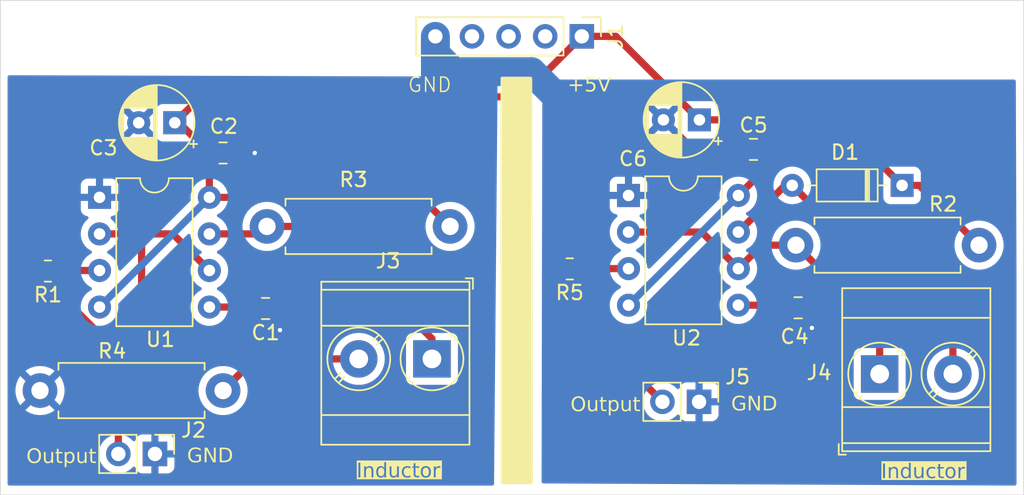
<source format=kicad_pcb>
(kicad_pcb (version 20240108) (generator "pcbnew") (generator_version "8.0")
  (layers (0 "F.Cu" signal) (31 "B.Cu" signal) (34 "B.Paste" user) (35 "F.Paste" user) (36 "B.SilkS" user "B.Silkscreen") (37 "F.SilkS" user "F.Silkscreen") (38 "B.Mask" user) (39 "F.Mask" user) (44 "Edge.Cuts" user))
  (net 0 "")
  (net 1 "Net-(U1-CV)")
  (net 2 "GND")
  (net 3 "5VUSB")
  (net 4 "Net-(U2-CV)")
  (net 5 "Seven")
  (net 9 "Net-(J2-Pin_2)")
  (net 10 "TwoSix")
  (net 11 "Net-(J5-Pin_2)")
  (net 12 "Net-(U1-Q)")
  (net 13 "Net-(U2-Q)")
  (net 14 "Seven2")
  (net 15 "TwoSix2")
  (footprint "Package_DIP:DIP-8_W7.62mm" (layer "F.Cu") (at 156.58 58.05)
    (property "Reference" "U2" (at 4.02 9.9 0) (layer "F.SilkS"))
    (property "Value" "NE555P" (hide yes))
    (fp_line (start 1.16 -1.33) (end 1.16 8.95) (stroke (width 0.12)) (layer "F.SilkS"))
    (fp_line (start 1.16 8.95) (end 6.46 8.95) (stroke (width 0.12)) (layer "F.SilkS"))
    (fp_line (start 2.81 -1.33) (end 1.16 -1.33) (stroke (width 0.12)) (layer "F.SilkS"))
    (fp_line (start 6.46 -1.33) (end 4.81 -1.33) (stroke (width 0.12)) (layer "F.SilkS"))
    (fp_line (start 6.46 8.95) (end 6.46 -1.33) (stroke (width 0.12)) (layer "F.SilkS"))
    (fp_arc (start 4.81 -1.33) (mid 3.81 -0.33) (end 2.81 -1.33) (stroke (width 0.12)) (layer "F.SilkS"))
    (pad "1" thru_hole rect (at 0 0) (size 1.6 1.6) (drill 0.8) (layers "*.Cu" "*.Mask") (net 2 "GND"))
    (pad "2" thru_hole oval (at 0 2.54) (size 1.6 1.6) (drill 0.8) (layers "*.Cu" "*.Mask") (net 15 "TwoSix2"))
    (pad "3" thru_hole oval (at 0 5.08) (size 1.6 1.6) (drill 0.8) (layers "*.Cu" "*.Mask") (net 13 "Net-(U2-Q)"))
    (pad "4" thru_hole oval (at 0 7.62) (size 1.6 1.6) (drill 0.8) (layers "*.Cu" "*.Mask") (net 3 "5VUSB"))
    (pad "5" thru_hole oval (at 7.62 7.62) (size 1.6 1.6) (drill 0.8) (layers "*.Cu" "*.Mask") (net 4 "Net-(U2-CV)"))
    (pad "6" thru_hole oval (at 7.62 5.08) (size 1.6 1.6) (drill 0.8) (layers "*.Cu" "*.Mask") (net 15 "TwoSix2"))
    (pad "7" thru_hole oval (at 7.62 2.54) (size 1.6 1.6) (drill 0.8) (layers "*.Cu" "*.Mask") (net 14 "Seven2"))
    (pad "8" thru_hole oval (at 7.62 0) (size 1.6 1.6) (drill 0.8) (layers "*.Cu" "*.Mask") (net 3 "5VUSB"))
  )
  (footprint "Resistor_THT:R_Axial_DIN0411_L9.9mm_D3.6mm_P12.70mm_Horizontal" (layer "F.Cu") (at 168.2 61.5)
    (property "Reference" "R2" (at 10.2 -2.85 0) (layer "F.SilkS"))
    (property "Value" "R" (hide yes))
    (fp_line (start 1.28 -1.92) (end 11.42 -1.92) (stroke (width 0.12)) (layer "F.SilkS"))
    (fp_line (start 1.28 -1.44) (end 1.28 -1.92) (stroke (width 0.12)) (layer "F.SilkS"))
    (fp_line (start 1.28 1.44) (end 1.28 1.92) (stroke (width 0.12)) (layer "F.SilkS"))
    (fp_line (start 1.28 1.92) (end 11.42 1.92) (stroke (width 0.12)) (layer "F.SilkS"))
    (fp_line (start 11.42 -1.92) (end 11.42 -1.44) (stroke (width 0.12)) (layer "F.SilkS"))
    (fp_line (start 11.42 1.92) (end 11.42 1.44) (stroke (width 0.12)) (layer "F.SilkS"))
    (pad "1" thru_hole circle (at 0 0) (size 2.4 2.4) (drill 1.2) (layers "*.Cu" "*.Mask") (net 15 "TwoSix2"))
    (pad "2" thru_hole oval (at 12.7 0) (size 2.4 2.4) (drill 1.2) (layers "*.Cu" "*.Mask") (net 3 "5VUSB"))
  )
  (footprint "Capacitor_SMD:C_0805_2012Metric" (layer "F.Cu") (at 168.35 65.85 180)
    (property "Reference" "C4" (at 0.25 -2 180) (layer "F.SilkS"))
    (property "Value" "100n" (hide yes))
    (fp_line (start -0.261252 0.735) (end 0.261252 0.735) (stroke (width 0.12)) (layer "F.SilkS"))
    (fp_line (start -0.261252 -0.735) (end 0.261252 -0.735) (stroke (width 0.12)) (layer "F.SilkS"))
    (pad "1" smd roundrect (at -0.95 0 180) (size 1 1.45) (layers "F.Cu" "F.Paste" "F.Mask") (net 2 "GND"))
    (pad "2" smd roundrect (at 0.95 0 180) (size 1 1.45) (layers "F.Cu" "F.Paste" "F.Mask") (net 4 "Net-(U2-CV)"))
  )
  (footprint "Connector_PinHeader_2.54mm:PinHeader_1x02_P2.54mm_Vertical" (layer "F.Cu") (at 161.475 72.38 -90)
    (property "Reference" "J5" (at -1.73 -2.675 180) (layer "F.SilkS"))
    (property "Value" "Conn_01x02_Pin" (hide yes))
    (fp_line (start -1.33 3.87) (end 1.33 3.87) (stroke (width 0.12)) (layer "F.SilkS"))
    (fp_line (start -1.33 1.27) (end -1.33 3.87) (stroke (width 0.12)) (layer "F.SilkS"))
    (fp_line (start -1.33 1.27) (end 1.33 1.27) (stroke (width 0.12)) (layer "F.SilkS"))
    (fp_line (start 1.33 1.27) (end 1.33 3.87) (stroke (width 0.12)) (layer "F.SilkS"))
    (fp_line (start -1.33 0) (end -1.33 -1.33) (stroke (width 0.12)) (layer "F.SilkS"))
    (fp_line (start -1.33 -1.33) (end 0 -1.33) (stroke (width 0.12)) (layer "F.SilkS"))
    (pad "1" thru_hole rect (at 0 0 270) (size 1.7 1.7) (drill 1) (layers "*.Cu" "*.Mask") (net 2 "GND"))
    (pad "2" thru_hole oval (at 0 2.54 270) (size 1.7 1.7) (drill 1) (layers "*.Cu" "*.Mask") (net 11 "Net-(J5-Pin_2)"))
  )
  (footprint "Capacitor_SMD:C_0805_2012Metric" (layer "F.Cu") (at 165.25 54.85)
    (property "Reference" "C5" (at 0 -1.68 0) (layer "F.SilkS"))
    (property "Value" "100n" (hide yes))
    (fp_line (start -0.261252 -0.735) (end 0.261252 -0.735) (stroke (width 0.12)) (layer "F.SilkS"))
    (fp_line (start -0.261252 0.735) (end 0.261252 0.735) (stroke (width 0.12)) (layer "F.SilkS"))
    (pad "1" smd roundrect (at -0.95 0) (size 1 1.45) (layers "F.Cu" "F.Paste" "F.Mask") (net 2 "GND"))
    (pad "2" smd roundrect (at 0.95 0) (size 1 1.45) (layers "F.Cu" "F.Paste" "F.Mask") (net 3 "5VUSB"))
  )
  (footprint "Resistor_SMD:R_0805_2012Metric" (layer "F.Cu") (at 116.3 63.3 180)
    (property "Reference" "R1" (at 0 -1.65 180) (layer "F.SilkS"))
    (property "Value" "330" (hide yes))
    (fp_line (start -0.227064 0.735) (end 0.227064 0.735) (stroke (width 0.12)) (layer "F.SilkS"))
    (fp_line (start -0.227064 -0.735) (end 0.227064 -0.735) (stroke (width 0.12)) (layer "F.SilkS"))
    (pad "1" smd roundrect (at -0.9125 0 180) (size 1.025 1.4) (layers "F.Cu" "F.Paste" "F.Mask") (roundrect_rratio 0.243902) (net 12 "Net-(U1-Q)"))
    (pad "2" smd roundrect (at 0.9125 0 180) (size 1.025 1.4) (layers "F.Cu" "F.Paste" "F.Mask") (roundrect_rratio 0.243902) (net 9 "Net-(J2-Pin_2)"))
  )
  (footprint "Capacitor_THT:CP_Radial_D5.0mm_P2.50mm" (layer "F.Cu") (at 161.5 52.8 180)
    (property "Reference" "C6" (at 4.6 -2.7 180) (layer "F.SilkS"))
    (property "Value" "C_Polarized" (hide yes))
    (fp_line (start 3.851 -0.284) (end 3.851 0.284) (stroke (width 0.12)) (layer "F.SilkS"))
    (fp_line (start 3.811 -0.518) (end 3.811 0.518) (stroke (width 0.12)) (layer "F.SilkS"))
    (fp_line (start 3.771 -0.677) (end 3.771 0.677) (stroke (width 0.12)) (layer "F.SilkS"))
    (fp_line (start 3.731 -0.805) (end 3.731 0.805) (stroke (width 0.12)) (layer "F.SilkS"))
    (fp_line (start 3.691 -0.915) (end 3.691 0.915) (stroke (width 0.12)) (layer "F.SilkS"))
    (fp_line (start 3.651 -1.011) (end 3.651 1.011) (stroke (width 0.12)) (layer "F.SilkS"))
    (fp_line (start 3.611 -1.098) (end 3.611 1.098) (stroke (width 0.12)) (layer "F.SilkS"))
    (fp_line (start 3.571 -1.178) (end 3.571 1.178) (stroke (width 0.12)) (layer "F.SilkS"))
    (fp_line (start 3.531 1.04) (end 3.531 1.251) (stroke (width 0.12)) (layer "F.SilkS"))
    (fp_line (start 3.531 -1.251) (end 3.531 -1.04) (stroke (width 0.12)) (layer "F.SilkS"))
    (fp_line (start 3.491 1.04) (end 3.491 1.319) (stroke (width 0.12)) (layer "F.SilkS"))
    (fp_line (start 3.491 -1.319) (end 3.491 -1.04) (stroke (width 0.12)) (layer "F.SilkS"))
    (fp_line (start 3.451 1.04) (end 3.451 1.383) (stroke (width 0.12)) (layer "F.SilkS"))
    (fp_line (start 3.451 -1.383) (end 3.451 -1.04) (stroke (width 0.12)) (layer "F.SilkS"))
    (fp_line (start 3.411 1.04) (end 3.411 1.443) (stroke (width 0.12)) (layer "F.SilkS"))
    (fp_line (start 3.411 -1.443) (end 3.411 -1.04) (stroke (width 0.12)) (layer "F.SilkS"))
    (fp_line (start 3.371 1.04) (end 3.371 1.5) (stroke (width 0.12)) (layer "F.SilkS"))
    (fp_line (start 3.371 -1.5) (end 3.371 -1.04) (stroke (width 0.12)) (layer "F.SilkS"))
    (fp_line (start 3.331 1.04) (end 3.331 1.554) (stroke (width 0.12)) (layer "F.SilkS"))
    (fp_line (start 3.331 -1.554) (end 3.331 -1.04) (stroke (width 0.12)) (layer "F.SilkS"))
    (fp_line (start 3.291 1.04) (end 3.291 1.605) (stroke (width 0.12)) (layer "F.SilkS"))
    (fp_line (start 3.291 -1.605) (end 3.291 -1.04) (stroke (width 0.12)) (layer "F.SilkS"))
    (fp_line (start 3.251 1.04) (end 3.251 1.653) (stroke (width 0.12)) (layer "F.SilkS"))
    (fp_line (start 3.251 -1.653) (end 3.251 -1.04) (stroke (width 0.12)) (layer "F.SilkS"))
    (fp_line (start 3.211 1.04) (end 3.211 1.699) (stroke (width 0.12)) (layer "F.SilkS"))
    (fp_line (start 3.211 -1.699) (end 3.211 -1.04) (stroke (width 0.12)) (layer "F.SilkS"))
    (fp_line (start 3.171 1.04) (end 3.171 1.743) (stroke (width 0.12)) (layer "F.SilkS"))
    (fp_line (start 3.171 -1.743) (end 3.171 -1.04) (stroke (width 0.12)) (layer "F.SilkS"))
    (fp_line (start 3.131 1.04) (end 3.131 1.785) (stroke (width 0.12)) (layer "F.SilkS"))
    (fp_line (start 3.131 -1.785) (end 3.131 -1.04) (stroke (width 0.12)) (layer "F.SilkS"))
    (fp_line (start 3.091 1.04) (end 3.091 1.826) (stroke (width 0.12)) (layer "F.SilkS"))
    (fp_line (start 3.091 -1.826) (end 3.091 -1.04) (stroke (width 0.12)) (layer "F.SilkS"))
    (fp_line (start 3.051 1.04) (end 3.051 1.864) (stroke (width 0.12)) (layer "F.SilkS"))
    (fp_line (start 3.051 -1.864) (end 3.051 -1.04) (stroke (width 0.12)) (layer "F.SilkS"))
    (fp_line (start 3.011 1.04) (end 3.011 1.901) (stroke (width 0.12)) (layer "F.SilkS"))
    (fp_line (start 3.011 -1.901) (end 3.011 -1.04) (stroke (width 0.12)) (layer "F.SilkS"))
    (fp_line (start 2.971 1.04) (end 2.971 1.937) (stroke (width 0.12)) (layer "F.SilkS"))
    (fp_line (start 2.971 -1.937) (end 2.971 -1.04) (stroke (width 0.12)) (layer "F.SilkS"))
    (fp_line (start 2.931 1.04) (end 2.931 1.971) (stroke (width 0.12)) (layer "F.SilkS"))
    (fp_line (start 2.931 -1.971) (end 2.931 -1.04) (stroke (width 0.12)) (layer "F.SilkS"))
    (fp_line (start 2.891 1.04) (end 2.891 2.004) (stroke (width 0.12)) (layer "F.SilkS"))
    (fp_line (start 2.891 -2.004) (end 2.891 -1.04) (stroke (width 0.12)) (layer "F.SilkS"))
    (fp_line (start 2.851 1.04) (end 2.851 2.035) (stroke (width 0.12)) (layer "F.SilkS"))
    (fp_line (start 2.851 -2.035) (end 2.851 -1.04) (stroke (width 0.12)) (layer "F.SilkS"))
    (fp_line (start 2.811 1.04) (end 2.811 2.065) (stroke (width 0.12)) (layer "F.SilkS"))
    (fp_line (start 2.811 -2.065) (end 2.811 -1.04) (stroke (width 0.12)) (layer "F.SilkS"))
    (fp_line (start 2.771 1.04) (end 2.771 2.095) (stroke (width 0.12)) (layer "F.SilkS"))
    (fp_line (start 2.771 -2.095) (end 2.771 -1.04) (stroke (width 0.12)) (layer "F.SilkS"))
    (fp_line (start 2.731 1.04) (end 2.731 2.122) (stroke (width 0.12)) (layer "F.SilkS"))
    (fp_line (start 2.731 -2.122) (end 2.731 -1.04) (stroke (width 0.12)) (layer "F.SilkS"))
    (fp_line (start 2.691 1.04) (end 2.691 2.149) (stroke (width 0.12)) (layer "F.SilkS"))
    (fp_line (start 2.691 -2.149) (end 2.691 -1.04) (stroke (width 0.12)) (layer "F.SilkS"))
    (fp_line (start 2.651 1.04) (end 2.651 2.175) (stroke (width 0.12)) (layer "F.SilkS"))
    (fp_line (start 2.651 -2.175) (end 2.651 -1.04) (stroke (width 0.12)) (layer "F.SilkS"))
    (fp_line (start 2.611 1.04) (end 2.611 2.2) (stroke (width 0.12)) (layer "F.SilkS"))
    (fp_line (start 2.611 -2.2) (end 2.611 -1.04) (stroke (width 0.12)) (layer "F.SilkS"))
    (fp_line (start 2.571 1.04) (end 2.571 2.224) (stroke (width 0.12)) (layer "F.SilkS"))
    (fp_line (start 2.571 -2.224) (end 2.571 -1.04) (stroke (width 0.12)) (layer "F.SilkS"))
    (fp_line (start 2.531 1.04) (end 2.531 2.247) (stroke (width 0.12)) (layer "F.SilkS"))
    (fp_line (start 2.531 -2.247) (end 2.531 -1.04) (stroke (width 0.12)) (layer "F.SilkS"))
    (fp_line (start 2.491 1.04) (end 2.491 2.268) (stroke (width 0.12)) (layer "F.SilkS"))
    (fp_line (start 2.491 -2.268) (end 2.491 -1.04) (stroke (width 0.12)) (layer "F.SilkS"))
    (fp_line (start 2.451 1.04) (end 2.451 2.29) (stroke (width 0.12)) (layer "F.SilkS"))
    (fp_line (start 2.451 -2.29) (end 2.451 -1.04) (stroke (width 0.12)) (layer "F.SilkS"))
    (fp_line (start 2.411 1.04) (end 2.411 2.31) (stroke (width 0.12)) (layer "F.SilkS"))
    (fp_line (start 2.411 -2.31) (end 2.411 -1.04) (stroke (width 0.12)) (layer "F.SilkS"))
    (fp_line (start 2.371 1.04) (end 2.371 2.329) (stroke (width 0.12)) (layer "F.SilkS"))
    (fp_line (start 2.371 -2.329) (end 2.371 -1.04) (stroke (width 0.12)) (layer "F.SilkS"))
    (fp_line (start 2.331 1.04) (end 2.331 2.348) (stroke (width 0.12)) (layer "F.SilkS"))
    (fp_line (start 2.331 -2.348) (end 2.331 -1.04) (stroke (width 0.12)) (layer "F.SilkS"))
    (fp_line (start 2.291 1.04) (end 2.291 2.365) (stroke (width 0.12)) (layer "F.SilkS"))
    (fp_line (start 2.291 -2.365) (end 2.291 -1.04) (stroke (width 0.12)) (layer "F.SilkS"))
    (fp_line (start 2.251 1.04) (end 2.251 2.382) (stroke (width 0.12)) (layer "F.SilkS"))
    (fp_line (start 2.251 -2.382) (end 2.251 -1.04) (stroke (width 0.12)) (layer "F.SilkS"))
    (fp_line (start 2.211 1.04) (end 2.211 2.398) (stroke (width 0.12)) (layer "F.SilkS"))
    (fp_line (start 2.211 -2.398) (end 2.211 -1.04) (stroke (width 0.12)) (layer "F.SilkS"))
    (fp_line (start 2.171 1.04) (end 2.171 2.414) (stroke (width 0.12)) (layer "F.SilkS"))
    (fp_line (start 2.171 -2.414) (end 2.171 -1.04) (stroke (width 0.12)) (layer "F.SilkS"))
    (fp_line (start 2.131 1.04) (end 2.131 2.428) (stroke (width 0.12)) (layer "F.SilkS"))
    (fp_line (start 2.131 -2.428) (end 2.131 -1.04) (stroke (width 0.12)) (layer "F.SilkS"))
    (fp_line (start 2.091 1.04) (end 2.091 2.442) (stroke (width 0.12)) (layer "F.SilkS"))
    (fp_line (start 2.091 -2.442) (end 2.091 -1.04) (stroke (width 0.12)) (layer "F.SilkS"))
    (fp_line (start 2.051 1.04) (end 2.051 2.455) (stroke (width 0.12)) (layer "F.SilkS"))
    (fp_line (start 2.051 -2.455) (end 2.051 -1.04) (stroke (width 0.12)) (layer "F.SilkS"))
    (fp_line (start 2.011 1.04) (end 2.011 2.468) (stroke (width 0.12)) (layer "F.SilkS"))
    (fp_line (start 2.011 -2.468) (end 2.011 -1.04) (stroke (width 0.12)) (layer "F.SilkS"))
    (fp_line (start 1.971 1.04) (end 1.971 2.48) (stroke (width 0.12)) (layer "F.SilkS"))
    (fp_line (start 1.971 -2.48) (end 1.971 -1.04) (stroke (width 0.12)) (layer "F.SilkS"))
    (fp_line (start 1.93 1.04) (end 1.93 2.491) (stroke (width 0.12)) (layer "F.SilkS"))
    (fp_line (start 1.93 -2.491) (end 1.93 -1.04) (stroke (width 0.12)) (layer "F.SilkS"))
    (fp_line (start 1.89 1.04) (end 1.89 2.501) (stroke (width 0.12)) (layer "F.SilkS"))
    (fp_line (start 1.89 -2.501) (end 1.89 -1.04) (stroke (width 0.12)) (layer "F.SilkS"))
    (fp_line (start 1.85 1.04) (end 1.85 2.511) (stroke (width 0.12)) (layer "F.SilkS"))
    (fp_line (start 1.85 -2.511) (end 1.85 -1.04) (stroke (width 0.12)) (layer "F.SilkS"))
    (fp_line (start 1.81 1.04) (end 1.81 2.52) (stroke (width 0.12)) (layer "F.SilkS"))
    (fp_line (start 1.81 -2.52) (end 1.81 -1.04) (stroke (width 0.12)) (layer "F.SilkS"))
    (fp_line (start 1.77 1.04) (end 1.77 2.528) (stroke (width 0.12)) (layer "F.SilkS"))
    (fp_line (start 1.77 -2.528) (end 1.77 -1.04) (stroke (width 0.12)) (layer "F.SilkS"))
    (fp_line (start 1.73 1.04) (end 1.73 2.536) (stroke (width 0.12)) (layer "F.SilkS"))
    (fp_line (start 1.73 -2.536) (end 1.73 -1.04) (stroke (width 0.12)) (layer "F.SilkS"))
    (fp_line (start 1.69 1.04) (end 1.69 2.543) (stroke (width 0.12)) (layer "F.SilkS"))
    (fp_line (start 1.69 -2.543) (end 1.69 -1.04) (stroke (width 0.12)) (layer "F.SilkS"))
    (fp_line (start 1.65 1.04) (end 1.65 2.55) (stroke (width 0.12)) (layer "F.SilkS"))
    (fp_line (start 1.65 -2.55) (end 1.65 -1.04) (stroke (width 0.12)) (layer "F.SilkS"))
    (fp_line (start 1.61 1.04) (end 1.61 2.556) (stroke (width 0.12)) (layer "F.SilkS"))
    (fp_line (start 1.61 -2.556) (end 1.61 -1.04) (stroke (width 0.12)) (layer "F.SilkS"))
    (fp_line (start 1.57 1.04) (end 1.57 2.561) (stroke (width 0.12)) (layer "F.SilkS"))
    (fp_line (start 1.57 -2.561) (end 1.57 -1.04) (stroke (width 0.12)) (layer "F.SilkS"))
    (fp_line (start 1.53 1.04) (end 1.53 2.565) (stroke (width 0.12)) (layer "F.SilkS"))
    (fp_line (start 1.53 -2.565) (end 1.53 -1.04) (stroke (width 0.12)) (layer "F.SilkS"))
    (fp_line (start 1.49 1.04) (end 1.49 2.569) (stroke (width 0.12)) (layer "F.SilkS"))
    (fp_line (start 1.49 -2.569) (end 1.49 -1.04) (stroke (width 0.12)) (layer "F.SilkS"))
    (fp_line (start 1.45 -2.573) (end 1.45 2.573) (stroke (width 0.12)) (layer "F.SilkS"))
    (fp_line (start 1.41 -2.576) (end 1.41 2.576) (stroke (width 0.12)) (layer "F.SilkS"))
    (fp_line (start 1.37 -2.578) (end 1.37 2.578) (stroke (width 0.12)) (layer "F.SilkS"))
    (fp_line (start 1.33 -2.579) (end 1.33 2.579) (stroke (width 0.12)) (layer "F.SilkS"))
    (fp_line (start 1.29 -2.58) (end 1.29 2.58) (stroke (width 0.12)) (layer "F.SilkS"))
    (fp_line (start 1.25 -2.58) (end 1.25 2.58) (stroke (width 0.12)) (layer "F.SilkS"))
    (fp_line (start -1.304775 -1.725) (end -1.304775 -1.225) (stroke (width 0.12)) (layer "F.SilkS"))
    (fp_line (start -1.554775 -1.475) (end -1.054775 -1.475) (stroke (width 0.12)) (layer "F.SilkS"))
    (fp_circle (center 1.25 0) (end 3.87 0) (stroke (width 0.12)) (fill none) (layer "F.SilkS"))
    (pad "1" thru_hole rect (at 0 0 180) (size 1.6 1.6) (drill 0.8) (layers "*.Cu" "*.Mask") (net 3 "5VUSB"))
    (pad "2" thru_hole circle (at 2.5 0 180) (size 1.6 1.6) (drill 0.8) (layers "*.Cu" "*.Mask") (net 2 "GND"))
  )
  (footprint "Capacitor_THT:CP_Radial_D5.0mm_P2.50mm" (layer "F.Cu") (at 125.1 53 180)
    (property "Reference" "C3" (at 4.95 -1.75 180) (layer "F.SilkS"))
    (property "Value" "C_Polarized" (hide yes))
    (fp_line (start 3.851 -0.284) (end 3.851 0.284) (stroke (width 0.12)) (layer "F.SilkS"))
    (fp_line (start 3.811 -0.518) (end 3.811 0.518) (stroke (width 0.12)) (layer "F.SilkS"))
    (fp_line (start 3.771 -0.677) (end 3.771 0.677) (stroke (width 0.12)) (layer "F.SilkS"))
    (fp_line (start 3.731 -0.805) (end 3.731 0.805) (stroke (width 0.12)) (layer "F.SilkS"))
    (fp_line (start 3.691 -0.915) (end 3.691 0.915) (stroke (width 0.12)) (layer "F.SilkS"))
    (fp_line (start 3.651 -1.011) (end 3.651 1.011) (stroke (width 0.12)) (layer "F.SilkS"))
    (fp_line (start 3.611 -1.098) (end 3.611 1.098) (stroke (width 0.12)) (layer "F.SilkS"))
    (fp_line (start 3.571 -1.178) (end 3.571 1.178) (stroke (width 0.12)) (layer "F.SilkS"))
    (fp_line (start 3.531 1.04) (end 3.531 1.251) (stroke (width 0.12)) (layer "F.SilkS"))
    (fp_line (start 3.531 -1.251) (end 3.531 -1.04) (stroke (width 0.12)) (layer "F.SilkS"))
    (fp_line (start 3.491 1.04) (end 3.491 1.319) (stroke (width 0.12)) (layer "F.SilkS"))
    (fp_line (start 3.491 -1.319) (end 3.491 -1.04) (stroke (width 0.12)) (layer "F.SilkS"))
    (fp_line (start 3.451 1.04) (end 3.451 1.383) (stroke (width 0.12)) (layer "F.SilkS"))
    (fp_line (start 3.451 -1.383) (end 3.451 -1.04) (stroke (width 0.12)) (layer "F.SilkS"))
    (fp_line (start 3.411 1.04) (end 3.411 1.443) (stroke (width 0.12)) (layer "F.SilkS"))
    (fp_line (start 3.411 -1.443) (end 3.411 -1.04) (stroke (width 0.12)) (layer "F.SilkS"))
    (fp_line (start 3.371 1.04) (end 3.371 1.5) (stroke (width 0.12)) (layer "F.SilkS"))
    (fp_line (start 3.371 -1.5) (end 3.371 -1.04) (stroke (width 0.12)) (layer "F.SilkS"))
    (fp_line (start 3.331 1.04) (end 3.331 1.554) (stroke (width 0.12)) (layer "F.SilkS"))
    (fp_line (start 3.331 -1.554) (end 3.331 -1.04) (stroke (width 0.12)) (layer "F.SilkS"))
    (fp_line (start 3.291 1.04) (end 3.291 1.605) (stroke (width 0.12)) (layer "F.SilkS"))
    (fp_line (start 3.291 -1.605) (end 3.291 -1.04) (stroke (width 0.12)) (layer "F.SilkS"))
    (fp_line (start 3.251 1.04) (end 3.251 1.653) (stroke (width 0.12)) (layer "F.SilkS"))
    (fp_line (start 3.251 -1.653) (end 3.251 -1.04) (stroke (width 0.12)) (layer "F.SilkS"))
    (fp_line (start 3.211 1.04) (end 3.211 1.699) (stroke (width 0.12)) (layer "F.SilkS"))
    (fp_line (start 3.211 -1.699) (end 3.211 -1.04) (stroke (width 0.12)) (layer "F.SilkS"))
    (fp_line (start 3.171 1.04) (end 3.171 1.743) (stroke (width 0.12)) (layer "F.SilkS"))
    (fp_line (start 3.171 -1.743) (end 3.171 -1.04) (stroke (width 0.12)) (layer "F.SilkS"))
    (fp_line (start 3.131 1.04) (end 3.131 1.785) (stroke (width 0.12)) (layer "F.SilkS"))
    (fp_line (start 3.131 -1.785) (end 3.131 -1.04) (stroke (width 0.12)) (layer "F.SilkS"))
    (fp_line (start 3.091 1.04) (end 3.091 1.826) (stroke (width 0.12)) (layer "F.SilkS"))
    (fp_line (start 3.091 -1.826) (end 3.091 -1.04) (stroke (width 0.12)) (layer "F.SilkS"))
    (fp_line (start 3.051 1.04) (end 3.051 1.864) (stroke (width 0.12)) (layer "F.SilkS"))
    (fp_line (start 3.051 -1.864) (end 3.051 -1.04) (stroke (width 0.12)) (layer "F.SilkS"))
    (fp_line (start 3.011 1.04) (end 3.011 1.901) (stroke (width 0.12)) (layer "F.SilkS"))
    (fp_line (start 3.011 -1.901) (end 3.011 -1.04) (stroke (width 0.12)) (layer "F.SilkS"))
    (fp_line (start 2.971 1.04) (end 2.971 1.937) (stroke (width 0.12)) (layer "F.SilkS"))
    (fp_line (start 2.971 -1.937) (end 2.971 -1.04) (stroke (width 0.12)) (layer "F.SilkS"))
    (fp_line (start 2.931 1.04) (end 2.931 1.971) (stroke (width 0.12)) (layer "F.SilkS"))
    (fp_line (start 2.931 -1.971) (end 2.931 -1.04) (stroke (width 0.12)) (layer "F.SilkS"))
    (fp_line (start 2.891 1.04) (end 2.891 2.004) (stroke (width 0.12)) (layer "F.SilkS"))
    (fp_line (start 2.891 -2.004) (end 2.891 -1.04) (stroke (width 0.12)) (layer "F.SilkS"))
    (fp_line (start 2.851 1.04) (end 2.851 2.035) (stroke (width 0.12)) (layer "F.SilkS"))
    (fp_line (start 2.851 -2.035) (end 2.851 -1.04) (stroke (width 0.12)) (layer "F.SilkS"))
    (fp_line (start 2.811 1.04) (end 2.811 2.065) (stroke (width 0.12)) (layer "F.SilkS"))
    (fp_line (start 2.811 -2.065) (end 2.811 -1.04) (stroke (width 0.12)) (layer "F.SilkS"))
    (fp_line (start 2.771 1.04) (end 2.771 2.095) (stroke (width 0.12)) (layer "F.SilkS"))
    (fp_line (start 2.771 -2.095) (end 2.771 -1.04) (stroke (width 0.12)) (layer "F.SilkS"))
    (fp_line (start 2.731 1.04) (end 2.731 2.122) (stroke (width 0.12)) (layer "F.SilkS"))
    (fp_line (start 2.731 -2.122) (end 2.731 -1.04) (stroke (width 0.12)) (layer "F.SilkS"))
    (fp_line (start 2.691 1.04) (end 2.691 2.149) (stroke (width 0.12)) (layer "F.SilkS"))
    (fp_line (start 2.691 -2.149) (end 2.691 -1.04) (stroke (width 0.12)) (layer "F.SilkS"))
    (fp_line (start 2.651 1.04) (end 2.651 2.175) (stroke (width 0.12)) (layer "F.SilkS"))
    (fp_line (start 2.651 -2.175) (end 2.651 -1.04) (stroke (width 0.12)) (layer "F.SilkS"))
    (fp_line (start 2.611 1.04) (end 2.611 2.2) (stroke (width 0.12)) (layer "F.SilkS"))
    (fp_line (start 2.611 -2.2) (end 2.611 -1.04) (stroke (width 0.12)) (layer "F.SilkS"))
    (fp_line (start 2.571 1.04) (end 2.571 2.224) (stroke (width 0.12)) (layer "F.SilkS"))
    (fp_line (start 2.571 -2.224) (end 2.571 -1.04) (stroke (width 0.12)) (layer "F.SilkS"))
    (fp_line (start 2.531 1.04) (end 2.531 2.247) (stroke (width 0.12)) (layer "F.SilkS"))
    (fp_line (start 2.531 -2.247) (end 2.531 -1.04) (stroke (width 0.12)) (layer "F.SilkS"))
    (fp_line (start 2.491 1.04) (end 2.491 2.268) (stroke (width 0.12)) (layer "F.SilkS"))
    (fp_line (start 2.491 -2.268) (end 2.491 -1.04) (stroke (width 0.12)) (layer "F.SilkS"))
    (fp_line (start 2.451 1.04) (end 2.451 2.29) (stroke (width 0.12)) (layer "F.SilkS"))
    (fp_line (start 2.451 -2.29) (end 2.451 -1.04) (stroke (width 0.12)) (layer "F.SilkS"))
    (fp_line (start 2.411 1.04) (end 2.411 2.31) (stroke (width 0.12)) (layer "F.SilkS"))
    (fp_line (start 2.411 -2.31) (end 2.411 -1.04) (stroke (width 0.12)) (layer "F.SilkS"))
    (fp_line (start 2.371 1.04) (end 2.371 2.329) (stroke (width 0.12)) (layer "F.SilkS"))
    (fp_line (start 2.371 -2.329) (end 2.371 -1.04) (stroke (width 0.12)) (layer "F.SilkS"))
    (fp_line (start 2.331 1.04) (end 2.331 2.348) (stroke (width 0.12)) (layer "F.SilkS"))
    (fp_line (start 2.331 -2.348) (end 2.331 -1.04) (stroke (width 0.12)) (layer "F.SilkS"))
    (fp_line (start 2.291 1.04) (end 2.291 2.365) (stroke (width 0.12)) (layer "F.SilkS"))
    (fp_line (start 2.291 -2.365) (end 2.291 -1.04) (stroke (width 0.12)) (layer "F.SilkS"))
    (fp_line (start 2.251 1.04) (end 2.251 2.382) (stroke (width 0.12)) (layer "F.SilkS"))
    (fp_line (start 2.251 -2.382) (end 2.251 -1.04) (stroke (width 0.12)) (layer "F.SilkS"))
    (fp_line (start 2.211 1.04) (end 2.211 2.398) (stroke (width 0.12)) (layer "F.SilkS"))
    (fp_line (start 2.211 -2.398) (end 2.211 -1.04) (stroke (width 0.12)) (layer "F.SilkS"))
    (fp_line (start 2.171 1.04) (end 2.171 2.414) (stroke (width 0.12)) (layer "F.SilkS"))
    (fp_line (start 2.171 -2.414) (end 2.171 -1.04) (stroke (width 0.12)) (layer "F.SilkS"))
    (fp_line (start 2.131 1.04) (end 2.131 2.428) (stroke (width 0.12)) (layer "F.SilkS"))
    (fp_line (start 2.131 -2.428) (end 2.131 -1.04) (stroke (width 0.12)) (layer "F.SilkS"))
    (fp_line (start 2.091 1.04) (end 2.091 2.442) (stroke (width 0.12)) (layer "F.SilkS"))
    (fp_line (start 2.091 -2.442) (end 2.091 -1.04) (stroke (width 0.12)) (layer "F.SilkS"))
    (fp_line (start 2.051 1.04) (end 2.051 2.455) (stroke (width 0.12)) (layer "F.SilkS"))
    (fp_line (start 2.051 -2.455) (end 2.051 -1.04) (stroke (width 0.12)) (layer "F.SilkS"))
    (fp_line (start 2.011 1.04) (end 2.011 2.468) (stroke (width 0.12)) (layer "F.SilkS"))
    (fp_line (start 2.011 -2.468) (end 2.011 -1.04) (stroke (width 0.12)) (layer "F.SilkS"))
    (fp_line (start 1.971 1.04) (end 1.971 2.48) (stroke (width 0.12)) (layer "F.SilkS"))
    (fp_line (start 1.971 -2.48) (end 1.971 -1.04) (stroke (width 0.12)) (layer "F.SilkS"))
    (fp_line (start 1.93 1.04) (end 1.93 2.491) (stroke (width 0.12)) (layer "F.SilkS"))
    (fp_line (start 1.93 -2.491) (end 1.93 -1.04) (stroke (width 0.12)) (layer "F.SilkS"))
    (fp_line (start 1.89 1.04) (end 1.89 2.501) (stroke (width 0.12)) (layer "F.SilkS"))
    (fp_line (start 1.89 -2.501) (end 1.89 -1.04) (stroke (width 0.12)) (layer "F.SilkS"))
    (fp_line (start 1.85 1.04) (end 1.85 2.511) (stroke (width 0.12)) (layer "F.SilkS"))
    (fp_line (start 1.85 -2.511) (end 1.85 -1.04) (stroke (width 0.12)) (layer "F.SilkS"))
    (fp_line (start 1.81 1.04) (end 1.81 2.52) (stroke (width 0.12)) (layer "F.SilkS"))
    (fp_line (start 1.81 -2.52) (end 1.81 -1.04) (stroke (width 0.12)) (layer "F.SilkS"))
    (fp_line (start 1.77 1.04) (end 1.77 2.528) (stroke (width 0.12)) (layer "F.SilkS"))
    (fp_line (start 1.77 -2.528) (end 1.77 -1.04) (stroke (width 0.12)) (layer "F.SilkS"))
    (fp_line (start 1.73 1.04) (end 1.73 2.536) (stroke (width 0.12)) (layer "F.SilkS"))
    (fp_line (start 1.73 -2.536) (end 1.73 -1.04) (stroke (width 0.12)) (layer "F.SilkS"))
    (fp_line (start 1.69 1.04) (end 1.69 2.543) (stroke (width 0.12)) (layer "F.SilkS"))
    (fp_line (start 1.69 -2.543) (end 1.69 -1.04) (stroke (width 0.12)) (layer "F.SilkS"))
    (fp_line (start 1.65 1.04) (end 1.65 2.55) (stroke (width 0.12)) (layer "F.SilkS"))
    (fp_line (start 1.65 -2.55) (end 1.65 -1.04) (stroke (width 0.12)) (layer "F.SilkS"))
    (fp_line (start 1.61 1.04) (end 1.61 2.556) (stroke (width 0.12)) (layer "F.SilkS"))
    (fp_line (start 1.61 -2.556) (end 1.61 -1.04) (stroke (width 0.12)) (layer "F.SilkS"))
    (fp_line (start 1.57 1.04) (end 1.57 2.561) (stroke (width 0.12)) (layer "F.SilkS"))
    (fp_line (start 1.57 -2.561) (end 1.57 -1.04) (stroke (width 0.12)) (layer "F.SilkS"))
    (fp_line (start 1.53 1.04) (end 1.53 2.565) (stroke (width 0.12)) (layer "F.SilkS"))
    (fp_line (start 1.53 -2.565) (end 1.53 -1.04) (stroke (width 0.12)) (layer "F.SilkS"))
    (fp_line (start 1.49 1.04) (end 1.49 2.569) (stroke (width 0.12)) (layer "F.SilkS"))
    (fp_line (start 1.49 -2.569) (end 1.49 -1.04) (stroke (width 0.12)) (layer "F.SilkS"))
    (fp_line (start 1.45 -2.573) (end 1.45 2.573) (stroke (width 0.12)) (layer "F.SilkS"))
    (fp_line (start 1.41 -2.576) (end 1.41 2.576) (stroke (width 0.12)) (layer "F.SilkS"))
    (fp_line (start 1.37 -2.578) (end 1.37 2.578) (stroke (width 0.12)) (layer "F.SilkS"))
    (fp_line (start 1.33 -2.579) (end 1.33 2.579) (stroke (width 0.12)) (layer "F.SilkS"))
    (fp_line (start 1.29 -2.58) (end 1.29 2.58) (stroke (width 0.12)) (layer "F.SilkS"))
    (fp_line (start 1.25 -2.58) (end 1.25 2.58) (stroke (width 0.12)) (layer "F.SilkS"))
    (fp_line (start -1.304775 -1.725) (end -1.304775 -1.225) (stroke (width 0.12)) (layer "F.SilkS"))
    (fp_line (start -1.554775 -1.475) (end -1.054775 -1.475) (stroke (width 0.12)) (layer "F.SilkS"))
    (fp_circle (center 1.25 0) (end 3.87 0) (stroke (width 0.12)) (fill none) (layer "F.SilkS"))
    (pad "1" thru_hole rect (at 0 0 180) (size 1.6 1.6) (drill 0.8) (layers "*.Cu" "*.Mask") (net 3 "5VUSB"))
    (pad "2" thru_hole circle (at 2.5 0 180) (size 1.6 1.6) (drill 0.8) (layers "*.Cu" "*.Mask") (net 2 "GND"))
  )
  (footprint "Resistor_SMD:R_0805_2012Metric" (layer "F.Cu") (at 152.5 63.15 180)
    (property "Reference" "R5" (at 0 -1.65 180) (layer "F.SilkS"))
    (property "Value" "330" (hide yes))
    (fp_line (start -0.227064 0.735) (end 0.227064 0.735) (stroke (width 0.12)) (layer "F.SilkS"))
    (fp_line (start -0.227064 -0.735) (end 0.227064 -0.735) (stroke (width 0.12)) (layer "F.SilkS"))
    (pad "1" smd roundrect (at -0.9125 0 180) (size 1.025 1.4) (layers "F.Cu" "F.Paste" "F.Mask") (roundrect_rratio 0.243902) (net 13 "Net-(U2-Q)"))
    (pad "2" smd roundrect (at 0.9125 0 180) (size 1.025 1.4) (layers "F.Cu" "F.Paste" "F.Mask") (roundrect_rratio 0.243902) (net 11 "Net-(J5-Pin_2)"))
  )
  (footprint "TerminalBlock_Phoenix:TerminalBlock_Phoenix_MKDS-3-2-5.08_1x02_P5.08mm_Horizontal" (layer "F.Cu") (at 142.945 69.4 180)
    (property "Reference" "J3" (at 3.045 6.8 180) (layer "F.SilkS"))
    (property "Value" "Screw_Terminal_01x02" (hide yes))
    (fp_line (start 7.68 -5.96) (end 7.68 5.36) (stroke (width 0.12)) (layer "F.SilkS"))
    (fp_line (start 6.734 -1.388) (end 6.339 -0.992) (stroke (width 0.12)) (layer "F.SilkS"))
    (fp_line (start 6.468 -1.654) (end 6.088 -1.274) (stroke (width 0.12)) (layer "F.SilkS"))
    (fp_line (start 4.073 1.274) (end 3.693 1.654) (stroke (width 0.12)) (layer "F.SilkS"))
    (fp_line (start 3.822 0.992) (end 3.427 1.388) (stroke (width 0.12)) (layer "F.SilkS"))
    (fp_line (start 1.654 -1.388) (end 1.547 -1.281) (stroke (width 0.12)) (layer "F.SilkS"))
    (fp_line (start 1.388 -1.654) (end 1.281 -1.547) (stroke (width 0.12)) (layer "F.SilkS"))
    (fp_line (start -1.282 1.547) (end -1.388 1.654) (stroke (width 0.12)) (layer "F.SilkS"))
    (fp_line (start -1.548 1.281) (end -1.654 1.388) (stroke (width 0.12)) (layer "F.SilkS"))
    (fp_line (start -2.6 5.36) (end 7.68 5.36) (stroke (width 0.12)) (layer "F.SilkS"))
    (fp_line (start -2.6 4.8) (end 7.68 4.8) (stroke (width 0.12)) (layer "F.SilkS"))
    (fp_line (start -2.6 2.3) (end 7.68 2.3) (stroke (width 0.12)) (layer "F.SilkS"))
    (fp_line (start -2.6 -3.9) (end 7.68 -3.9) (stroke (width 0.12)) (layer "F.SilkS"))
    (fp_line (start -2.6 -5.96) (end 7.68 -5.96) (stroke (width 0.12)) (layer "F.SilkS"))
    (fp_line (start -2.6 -5.96) (end -2.6 5.36) (stroke (width 0.12)) (layer "F.SilkS"))
    (fp_line (start -2.84 5.6) (end -2.34 5.6) (stroke (width 0.12)) (layer "F.SilkS"))
    (fp_line (start -2.84 4.86) (end -2.84 5.6) (stroke (width 0.12)) (layer "F.SilkS"))
    (fp_circle (center 5.08 0) (end 7.26 0) (stroke (width 0.12)) (fill none) (layer "F.SilkS"))
    (fp_circle (center 0 0) (end 2.18 0) (stroke (width 0.12)) (fill none) (layer "F.SilkS"))
    (pad "1" thru_hole rect (at 0 0 180) (size 2.6 2.6) (drill 1.3) (layers "*.Cu" "*.Mask") (net 5 "Seven"))
    (pad "2" thru_hole circle (at 5.08 0 180) (size 2.6 2.6) (drill 1.3) (layers "*.Cu" "*.Mask") (net 10 "TwoSix"))
  )
  (footprint "Capacitor_SMD:C_0805_2012Metric" (layer "F.Cu") (at 131.4 65.9 180)
    (property "Reference" "C1" (at 0 -1.68 180) (layer "F.SilkS"))
    (property "Value" "100n" (hide yes))
    (fp_line (start -0.261252 0.735) (end 0.261252 0.735) (stroke (width 0.12)) (layer "F.SilkS"))
    (fp_line (start -0.261252 -0.735) (end 0.261252 -0.735) (stroke (width 0.12)) (layer "F.SilkS"))
    (pad "1" smd roundrect (at -0.95 0 180) (size 1 1.45) (layers "F.Cu" "F.Paste" "F.Mask") (net 2 "GND"))
    (pad "2" smd roundrect (at 0.95 0 180) (size 1 1.45) (layers "F.Cu" "F.Paste" "F.Mask") (net 1 "Net-(U1-CV)"))
  )
  (footprint "Capacitor_SMD:C_0805_2012Metric" (layer "F.Cu") (at 128.45 55.1 180)
    (property "Reference" "C2" (at -0.05 1.85 180) (layer "F.SilkS"))
    (property "Value" "100n" (hide yes))
    (fp_line (start -0.261252 0.735) (end 0.261252 0.735) (stroke (width 0.12)) (layer "F.SilkS"))
    (fp_line (start -0.261252 -0.735) (end 0.261252 -0.735) (stroke (width 0.12)) (layer "F.SilkS"))
    (pad "1" smd roundrect (at -0.95 0 180) (size 1 1.45) (layers "F.Cu" "F.Paste" "F.Mask") (net 2 "GND"))
    (pad "2" smd roundrect (at 0.95 0 180) (size 1 1.45) (layers "F.Cu" "F.Paste" "F.Mask") (net 3 "5VUSB"))
  )
  (footprint "Package_DIP:DIP-8_W7.62mm" (layer "F.Cu") (at 119.88 58.18)
    (property "Reference" "U1" (at 4.22 9.87 0) (layer "F.SilkS"))
    (property "Value" "NE555P" (hide yes))
    (fp_line (start 1.16 -1.33) (end 1.16 8.95) (stroke (width 0.12)) (layer "F.SilkS"))
    (fp_line (start 1.16 8.95) (end 6.46 8.95) (stroke (width 0.12)) (layer "F.SilkS"))
    (fp_line (start 2.81 -1.33) (end 1.16 -1.33) (stroke (width 0.12)) (layer "F.SilkS"))
    (fp_line (start 6.46 -1.33) (end 4.81 -1.33) (stroke (width 0.12)) (layer "F.SilkS"))
    (fp_line (start 6.46 8.95) (end 6.46 -1.33) (stroke (width 0.12)) (layer "F.SilkS"))
    (fp_arc (start 4.81 -1.33) (mid 3.81 -0.33) (end 2.81 -1.33) (stroke (width 0.12)) (layer "F.SilkS"))
    (pad "1" thru_hole rect (at 0 0) (size 1.6 1.6) (drill 0.8) (layers "*.Cu" "*.Mask") (net 2 "GND"))
    (pad "2" thru_hole oval (at 0 2.54) (size 1.6 1.6) (drill 0.8) (layers "*.Cu" "*.Mask") (net 10 "TwoSix"))
    (pad "3" thru_hole oval (at 0 5.08) (size 1.6 1.6) (drill 0.8) (layers "*.Cu" "*.Mask") (net 12 "Net-(U1-Q)"))
    (pad "4" thru_hole oval (at 0 7.62) (size 1.6 1.6) (drill 0.8) (layers "*.Cu" "*.Mask") (net 3 "5VUSB"))
    (pad "5" thru_hole oval (at 7.62 7.62) (size 1.6 1.6) (drill 0.8) (layers "*.Cu" "*.Mask") (net 1 "Net-(U1-CV)"))
    (pad "6" thru_hole oval (at 7.62 5.08) (size 1.6 1.6) (drill 0.8) (layers "*.Cu" "*.Mask") (net 10 "TwoSix"))
    (pad "7" thru_hole oval (at 7.62 2.54) (size 1.6 1.6) (drill 0.8) (layers "*.Cu" "*.Mask") (net 5 "Seven"))
    (pad "8" thru_hole oval (at 7.62 0) (size 1.6 1.6) (drill 0.8) (layers "*.Cu" "*.Mask") (net 3 "5VUSB"))
  )
  (footprint "TerminalBlock_Phoenix:TerminalBlock_Phoenix_MKDS-3-2-5.08_1x02_P5.08mm_Horizontal" (layer "F.Cu") (at 174.005 70.45)
    (property "Reference" "J4" (at -4.205 -0.1 0) (layer "F.SilkS"))
    (property "Value" "Screw_Terminal_01x02" (hide yes))
    (fp_line (start -2.84 4.86) (end -2.84 5.6) (stroke (width 0.12)) (layer "F.SilkS"))
    (fp_line (start -2.84 5.6) (end -2.34 5.6) (stroke (width 0.12)) (layer "F.SilkS"))
    (fp_line (start -2.6 -5.96) (end -2.6 5.36) (stroke (width 0.12)) (layer "F.SilkS"))
    (fp_line (start -2.6 -5.96) (end 7.68 -5.96) (stroke (width 0.12)) (layer "F.SilkS"))
    (fp_line (start -2.6 -3.9) (end 7.68 -3.9) (stroke (width 0.12)) (layer "F.SilkS"))
    (fp_line (start -2.6 2.3) (end 7.68 2.3) (stroke (width 0.12)) (layer "F.SilkS"))
    (fp_line (start -2.6 4.8) (end 7.68 4.8) (stroke (width 0.12)) (layer "F.SilkS"))
    (fp_line (start -2.6 5.36) (end 7.68 5.36) (stroke (width 0.12)) (layer "F.SilkS"))
    (fp_line (start -1.548 1.281) (end -1.654 1.388) (stroke (width 0.12)) (layer "F.SilkS"))
    (fp_line (start -1.282 1.547) (end -1.388 1.654) (stroke (width 0.12)) (layer "F.SilkS"))
    (fp_line (start 1.388 -1.654) (end 1.281 -1.547) (stroke (width 0.12)) (layer "F.SilkS"))
    (fp_line (start 1.654 -1.388) (end 1.547 -1.281) (stroke (width 0.12)) (layer "F.SilkS"))
    (fp_line (start 3.822 0.992) (end 3.427 1.388) (stroke (width 0.12)) (layer "F.SilkS"))
    (fp_line (start 4.073 1.274) (end 3.693 1.654) (stroke (width 0.12)) (layer "F.SilkS"))
    (fp_line (start 6.468 -1.654) (end 6.088 -1.274) (stroke (width 0.12)) (layer "F.SilkS"))
    (fp_line (start 6.734 -1.388) (end 6.339 -0.992) (stroke (width 0.12)) (layer "F.SilkS"))
    (fp_line (start 7.68 -5.96) (end 7.68 5.36) (stroke (width 0.12)) (layer "F.SilkS"))
    (fp_circle (center 0 0) (end 2.18 0) (stroke (width 0.12)) (fill none) (layer "F.SilkS"))
    (fp_circle (center 5.08 0) (end 7.26 0) (stroke (width 0.12)) (fill none) (layer "F.SilkS"))
    (pad "1" thru_hole rect (at 0 0) (size 2.6 2.6) (drill 1.3) (layers "*.Cu" "*.Mask") (net 15 "TwoSix2"))
    (pad "2" thru_hole circle (at 5.08 0) (size 2.6 2.6) (drill 1.3) (layers "*.Cu" "*.Mask") (net 14 "Seven2"))
  )
  (footprint "Connector_PinHeader_2.54mm:PinHeader_1x02_P2.54mm_Vertical" (layer "F.Cu") (at 123.725 76 -90)
    (property "Reference" "J2" (at -1.65 -2.675 180) (layer "F.SilkS"))
    (property "Value" "Conn_01x02_Pin" (hide yes))
    (fp_line (start -1.33 3.87) (end 1.33 3.87) (stroke (width 0.12)) (layer "F.SilkS"))
    (fp_line (start -1.33 1.27) (end -1.33 3.87) (stroke (width 0.12)) (layer "F.SilkS"))
    (fp_line (start -1.33 1.27) (end 1.33 1.27) (stroke (width 0.12)) (layer "F.SilkS"))
    (fp_line (start 1.33 1.27) (end 1.33 3.87) (stroke (width 0.12)) (layer "F.SilkS"))
    (fp_line (start -1.33 0) (end -1.33 -1.33) (stroke (width 0.12)) (layer "F.SilkS"))
    (fp_line (start -1.33 -1.33) (end 0 -1.33) (stroke (width 0.12)) (layer "F.SilkS"))
    (pad "1" thru_hole rect (at 0 0 270) (size 1.7 1.7) (drill 1) (layers "*.Cu" "*.Mask") (net 2 "GND"))
    (pad "2" thru_hole oval (at 0 2.54 270) (size 1.7 1.7) (drill 1) (layers "*.Cu" "*.Mask") (net 9 "Net-(J2-Pin_2)"))
  )
  (footprint "Connector_PinHeader_2.54mm:PinHeader_1x05_P2.54mm_Vertical" (layer "F.Cu") (at 153.34 47 -90)
    (property "Reference" "J1" (at 0 -2.33 90) (layer "F.SilkS"))
    (property "Value" "Conn_01x05_Pin" (hide yes))
    (fp_line (start -1.33 11.49) (end 1.33 11.49) (stroke (width 0.12)) (layer "F.SilkS"))
    (fp_line (start -1.33 1.27) (end -1.33 11.49) (stroke (width 0.12)) (layer "F.SilkS"))
    (fp_line (start -1.33 1.27) (end 1.33 1.27) (stroke (width 0.12)) (layer "F.SilkS"))
    (fp_line (start 1.33 1.27) (end 1.33 11.49) (stroke (width 0.12)) (layer "F.SilkS"))
    (fp_line (start -1.33 0) (end -1.33 -1.33) (stroke (width 0.12)) (layer "F.SilkS"))
    (fp_line (start -1.33 -1.33) (end 0 -1.33) (stroke (width 0.12)) (layer "F.SilkS"))
    (pad "1" thru_hole rect (at 0 0 270) (size 1.7 1.7) (drill 1) (layers "*.Cu" "*.Mask") (net 3 "5VUSB"))
    (pad "2" thru_hole oval (at 0 2.54 270) (size 1.7 1.7) (drill 1) (layers "*.Cu" "*.Mask"))
    (pad "3" thru_hole oval (at 0 5.08 270) (size 1.7 1.7) (drill 1) (layers "*.Cu" "*.Mask"))
    (pad "4" thru_hole oval (at 0 7.62 270) (size 1.7 1.7) (drill 1) (layers "*.Cu" "*.Mask"))
    (pad "5" thru_hole oval (at 0 10.16 270) (size 1.7 1.7) (drill 1) (layers "*.Cu" "*.Mask") (net 2 "GND"))
  )
  (footprint "Diode_THT:D_DO-35_SOD27_P7.62mm_Horizontal" (layer "F.Cu") (at 175.56 57.35 180)
    (property "Reference" "D1" (at 3.96 2.3 180) (layer "F.SilkS"))
    (property "Value" "1N4148" (hide yes))
    (fp_line (start 6.58 0) (end 5.93 0) (stroke (width 0.12)) (layer "F.SilkS"))
    (fp_line (start 5.93 1.12) (end 5.93 -1.12) (stroke (width 0.12)) (layer "F.SilkS"))
    (fp_line (start 5.93 -1.12) (end 1.69 -1.12) (stroke (width 0.12)) (layer "F.SilkS"))
    (fp_line (start 2.53 -1.12) (end 2.53 1.12) (stroke (width 0.12)) (layer "F.SilkS"))
    (fp_line (start 2.41 -1.12) (end 2.41 1.12) (stroke (width 0.12)) (layer "F.SilkS"))
    (fp_line (start 2.29 -1.12) (end 2.29 1.12) (stroke (width 0.12)) (layer "F.SilkS"))
    (fp_line (start 1.69 1.12) (end 5.93 1.12) (stroke (width 0.12)) (layer "F.SilkS"))
    (fp_line (start 1.69 -1.12) (end 1.69 1.12) (stroke (width 0.12)) (layer "F.SilkS"))
    (fp_line (start 1.04 0) (end 1.69 0) (stroke (width 0.12)) (layer "F.SilkS"))
    (pad "1" thru_hole rect (at 0 0 180) (size 1.6 1.6) (drill 0.8) (layers "*.Cu" "*.Mask") (net 3 "5VUSB"))
    (pad "2" thru_hole oval (at 7.62 0 180) (size 1.6 1.6) (drill 0.8) (layers "*.Cu" "*.Mask") (net 14 "Seven2"))
  )
  (footprint "Resistor_THT:R_Axial_DIN0411_L9.9mm_D3.6mm_P12.70mm_Horizontal" (layer "F.Cu") (at 131.5 60.2)
    (property "Reference" "R3" (at 6 -3.25 0) (layer "F.SilkS"))
    (property "Value" "R" (hide yes))
    (fp_line (start 1.28 -1.92) (end 11.42 -1.92) (stroke (width 0.12)) (layer "F.SilkS"))
    (fp_line (start 1.28 -1.44) (end 1.28 -1.92) (stroke (width 0.12)) (layer "F.SilkS"))
    (fp_line (start 1.28 1.44) (end 1.28 1.92) (stroke (width 0.12)) (layer "F.SilkS"))
    (fp_line (start 1.28 1.92) (end 11.42 1.92) (stroke (width 0.12)) (layer "F.SilkS"))
    (fp_line (start 11.42 -1.92) (end 11.42 -1.44) (stroke (width 0.12)) (layer "F.SilkS"))
    (fp_line (start 11.42 1.92) (end 11.42 1.44) (stroke (width 0.12)) (layer "F.SilkS"))
    (pad "1" thru_hole circle (at 0 0) (size 2.4 2.4) (drill 1.2) (layers "*.Cu" "*.Mask") (net 5 "Seven"))
    (pad "2" thru_hole oval (at 12.7 0) (size 2.4 2.4) (drill 1.2) (layers "*.Cu" "*.Mask") (net 3 "5VUSB"))
  )
  (footprint "Resistor_THT:R_Axial_DIN0411_L9.9mm_D3.6mm_P12.70mm_Horizontal" (layer "F.Cu") (at 115.75 71.6)
    (property "Reference" "R4" (at 5 -2.75 0) (layer "F.SilkS"))
    (property "Value" "R" (hide yes))
    (fp_line (start 1.28 -1.92) (end 11.42 -1.92) (stroke (width 0.12)) (layer "F.SilkS"))
    (fp_line (start 1.28 -1.44) (end 1.28 -1.92) (stroke (width 0.12)) (layer "F.SilkS"))
    (fp_line (start 1.28 1.44) (end 1.28 1.92) (stroke (width 0.12)) (layer "F.SilkS"))
    (fp_line (start 1.28 1.92) (end 11.42 1.92) (stroke (width 0.12)) (layer "F.SilkS"))
    (fp_line (start 11.42 -1.92) (end 11.42 -1.44) (stroke (width 0.12)) (layer "F.SilkS"))
    (fp_line (start 11.42 1.92) (end 11.42 1.44) (stroke (width 0.12)) (layer "F.SilkS"))
    (pad "1" thru_hole circle (at 0 0) (size 2.4 2.4) (drill 1.2) (layers "*.Cu" "*.Mask") (net 2 "GND"))
    (pad "2" thru_hole oval (at 12.7 0) (size 2.4 2.4) (drill 1.2) (layers "*.Cu" "*.Mask") (net 10 "TwoSix"))
  )
  (gr_rect (start 113 44.5) (end 184 78.85) (stroke (width 0.05)) (fill none) (layer "Edge.Cuts"))
  (gr_text "Output" (at 114.8 76.8 0) (layer "F.SilkS") (effects (font (size 1 1) (thickness 0.1875)) (justify left bottom)))
  (gr_text "GND" (at 125.95 76.75 0) (layer "F.SilkS") (effects (font (size 1 1) (thickness 0.125)) (justify left bottom)))
  (gr_text "GND" (at 163.7 73.15 0) (layer "F.SilkS") (effects (font (size 1 1) (thickness 0.125)) (justify left bottom)))
  (gr_text "GND" (at 141.2 50.95 0) (layer "F.SilkS") (effects (font (size 1 1) (thickness 0.1)) (justify left bottom)))
  (gr_text "Inductor" (at 137.7 77.8 0) (layer "F.SilkS" knockout) (effects (font (size 1 1) (thickness 0.125)) (justify left bottom)))
  (gr_text "Inductor" (at 174.1 77.85 0) (layer "F.SilkS" knockout) (effects (font (size 1 1) (thickness 0.125)) (justify left bottom)))
  (gr_text "Output" (at 152.55 73.2 0) (layer "F.SilkS") (effects (font (size 1 1) (thickness 0.1875)) (justify left bottom)))
  (gr_text "+5V" (at 152.35 51 0) (layer "F.SilkS") (effects (font (size 1 1) (thickness 0.1)) (justify left bottom)))
  (segment (start 130.35 65.8) (end 130.45 65.9) (width 0.5) (layer "F.Cu") (net 1))
  (segment (start 127.5 65.8) (end 130.35 65.8) (width 0.5) (layer "F.Cu") (net 1))
  (segment (start 164.3 54.85) (end 161.05 54.85) (width 0.5) (layer "F.Cu") (net 2))
  (segment (start 169.3 67.25) (end 169.3 67.3) (width 0.5) (layer "F.Cu") (net 2))
  (segment (start 132.4 67.4) (end 132.35 67.4) (width 0.5) (layer "F.Cu") (net 2))
  (segment (start 130.65 55.1) (end 130.6 55.1) (width 0.5) (layer "F.Cu") (net 2))
  (segment (start 129.4 55.1) (end 130.65 55.1) (width 0.5) (layer "F.Cu") (net 2))
  (segment (start 169.3 65.85) (end 169.3 67.25) (width 0.5) (layer "F.Cu") (net 2))
  (segment (start 132.35 65.9) (end 132.4 67.4) (width 0.5) (layer "F.Cu") (net 2))
  (segment (start 161.05 54.85) (end 159 52.8) (width 0.5) (layer "F.Cu") (net 2))
  (via (at 130.65 55.1) (size 0.6) (drill 0.3) (layers "F.Cu" "B.Cu") (net 2))
  (via (at 169.3 67.25) (size 0.6) (drill 0.3) (layers "F.Cu" "B.Cu") (net 2))
  (via (at 132.4 67.4) (size 0.6) (drill 0.3) (layers "F.Cu" "B.Cu") (net 2))
  (segment (start 144.427919 49.45) (end 149.85 49.45) (width 2) (layer "B.Cu") (net 2))
  (segment (start 143.18 47) (end 143.18 48.202081) (width 2) (layer "B.Cu") (net 2))
  (segment (start 143.18 47) (end 143.18 52.33) (width 2) (layer "B.Cu") (net 2))
  (segment (start 143.18 48.202081) (end 144.427919 49.45) (width 2) (layer "B.Cu") (net 2))
  (segment (start 152.35 51.95) (end 153.25 51.95) (width 2) (layer "B.Cu") (net 2))
  (segment (start 143.18 52.33) (end 143.2 52.35) (width 2) (layer "B.Cu") (net 2))
  (segment (start 149.85 49.45) (end 151.425 51.025) (width 2) (layer "B.Cu") (net 2))
  (segment (start 142.18 58.18) (end 127.5 58.18) (width 0.5) (layer "F.Cu") (net 3))
  (segment (start 173.06 54.85) (end 175.56 57.35) (width 0.5) (layer "F.Cu") (net 3))
  (segment (start 166.2 54.85) (end 166.2 56.05) (width 0.5) (layer "F.Cu") (net 3))
  (segment (start 125.1 53) (end 125.4 53) (width 0.5) (layer "F.Cu") (net 3))
  (segment (start 166.2 54.85) (end 173.06 54.85) (width 0.5) (layer "F.Cu") (net 3))
  (segment (start 149.14 51.2) (end 126.85 51.2) (width 0.5) (layer "F.Cu") (net 3))
  (segment (start 144.2 60.2) (end 142.18 58.18) (width 0.5) (layer "F.Cu") (net 3))
  (segment (start 166.2 56.05) (end 164.2 58.05) (width 0.5) (layer "F.Cu") (net 3))
  (segment (start 153.34 47) (end 149.14 51.2) (width 0.5) (layer "F.Cu") (net 3))
  (segment (start 155.7 47) (end 161.5 52.8) (width 0.5) (layer "F.Cu") (net 3))
  (segment (start 176.75 57.35) (end 180.9 61.5) (width 0.5) (layer "F.Cu") (net 3))
  (segment (start 153.34 47) (end 155.7 47) (width 0.5) (layer "F.Cu") (net 3))
  (segment (start 126.85 51.25) (end 125.1 53) (width 0.5) (layer "F.Cu") (net 3))
  (segment (start 164.15 52.8) (end 166.2 54.85) (width 0.5) (layer "F.Cu") (net 3))
  (segment (start 126.85 51.2) (end 126.85 51.25) (width 0.5) (layer "F.Cu") (net 3))
  (segment (start 127.5 58.18) (end 127.5 55.1) (width 0.5) (layer "F.Cu") (net 3))
  (segment (start 161.5 52.8) (end 164.15 52.8) (width 0.5) (layer "F.Cu") (net 3))
  (segment (start 125.4 53) (end 127.5 55.1) (width 0.5) (layer "F.Cu") (net 3))
  (segment (start 175.56 57.35) (end 176.75 57.35) (width 0.5) (layer "F.Cu") (net 3))
  (segment (start 156.58 65.67) (end 164.2 58.05) (width 0.5) (layer "B.Cu") (net 3))
  (segment (start 127.5 58.18) (end 119.88 65.8) (width 0.5) (layer "B.Cu") (net 3))
  (segment (start 167.22 65.67) (end 167.4 65.85) (width 0.5) (layer "F.Cu") (net 4))
  (segment (start 164.2 65.67) (end 167.22 65.67) (width 0.5) (layer "F.Cu") (net 4))
  (segment (start 131.5 60.2) (end 135.15 60.2) (width 0.5) (layer "F.Cu") (net 5))
  (segment (start 127.5 60.72) (end 130.98 60.72) (width 0.5) (layer "F.Cu") (net 5))
  (segment (start 130.98 60.72) (end 131.5 60.2) (width 0.5) (layer "F.Cu") (net 5))
  (segment (start 135.15 60.2) (end 142.945 67.995) (width 0.5) (layer "F.Cu") (net 5))
  (segment (start 142.945 67.995) (end 142.945 69.4) (width 0.5) (layer "F.Cu") (net 5))
  (segment (start 121.185 76) (end 121.185 68.981878) (width 0.5) (layer "F.Cu") (net 9))
  (segment (start 121.185 68.981878) (end 115.503122 63.3) (width 0.5) (layer "F.Cu") (net 9))
  (segment (start 115.503122 63.3) (end 115.3875 63.3) (width 0.5) (layer "F.Cu") (net 9))
  (segment (start 119.88 60.72) (end 122.8 60.72) (width 0.5) (layer "F.Cu") (net 10))
  (segment (start 122.8 66.1) (end 122.8 60.72) (width 0.5) (layer "F.Cu") (net 10))
  (segment (start 129.891116 70.158884) (end 129.891116 69.958884) (width 0.5) (layer "F.Cu") (net 10))
  (segment (start 128.45 71.6) (end 129.891116 70.158884) (width 0.5) (layer "F.Cu") (net 10))
  (segment (start 128.332233 68.4) (end 125.1 68.4) (width 0.5) (layer "F.Cu") (net 10))
  (segment (start 130.65 69.4) (end 128.45 71.6) (width 0.5) (layer "F.Cu") (net 10))
  (segment (start 125.1 68.4) (end 122.8 66.1) (width 0.5) (layer "F.Cu") (net 10))
  (segment (start 137.865 69.4) (end 130.65 69.4) (width 0.5) (layer "F.Cu") (net 10))
  (segment (start 124.96 60.72) (end 127.5 63.26) (width 0.5) (layer "F.Cu") (net 10))
  (segment (start 129.891116 69.958884) (end 128.332233 68.4) (width 0.5) (layer "F.Cu") (net 10))
  (segment (start 122.8 60.72) (end 124.96 60.72) (width 0.5) (layer "F.Cu") (net 10))
  (segment (start 151.5875 63.15) (end 151.5875 65.0325) (width 0.5) (layer "F.Cu") (net 11))
  (segment (start 151.5875 65.0325) (end 158.935 72.38) (width 0.5) (layer "F.Cu") (net 11))
  (segment (start 117.2525 63.26) (end 117.2125 63.3) (width 0.5) (layer "F.Cu") (net 12))
  (segment (start 119.88 63.26) (end 117.2525 63.26) (width 0.5) (layer "F.Cu") (net 12))
  (segment (start 156.58 63.13) (end 153.4325 63.13) (width 0.5) (layer "F.Cu") (net 13))
  (segment (start 153.4325 63.13) (end 153.4125 63.15) (width 0.5) (layer "F.Cu") (net 13))
  (segment (start 179.085 70.45) (end 179.085 68.495) (width 0.5) (layer "F.Cu") (net 14))
  (segment (start 179.085 68.495) (end 167.94 57.35) (width 0.5) (layer "F.Cu") (net 14))
  (segment (start 167.44 57.35) (end 167.94 57.35) (width 0.5) (layer "F.Cu") (net 14))
  (segment (start 164.2 60.59) (end 167.44 57.35) (width 0.5) (layer "F.Cu") (net 14))
  (segment (start 161.66 60.59) (end 164.2 63.13) (width 0.5) (layer "F.Cu") (net 15))
  (segment (start 159.75 60.64) (end 159.7 60.59) (width 0.5) (layer "F.Cu") (net 15))
  (segment (start 156.58 60.59) (end 159.7 60.59) (width 0.5) (layer "F.Cu") (net 15))
  (segment (start 174.005 70.45) (end 174.005 67.305) (width 0.5) (layer "F.Cu") (net 15))
  (segment (start 165.83 61.5) (end 164.2 63.13) (width 0.5) (layer "F.Cu") (net 15))
  (segment (start 168.2 61.5) (end 165.83 61.5) (width 0.5) (layer "F.Cu") (net 15))
  (segment (start 159.7 60.59) (end 161.66 60.59) (width 0.5) (layer "F.Cu") (net 15))
  (segment (start 174.005 67.305) (end 168.2 61.5) (width 0.5) (layer "F.Cu") (net 15))
  (zone (net 2) (net_name "GND") (layer "B.Cu") (priority 1) (connect_pads (clearance 0.5)) (min_thickness 0.25) (fill yes (thermal_gap 0.5) (thermal_bridge_width 0.5))
    (polygon (pts (xy 150.55 78.05) (xy 150.6 50) (xy 183.45 50) (xy 183.55 78.2)))
  )
  (zone (net 2) (net_name "GND") (layer "B.Cu") (connect_pads (clearance 0.5)) (min_thickness 0.25) (fill yes (thermal_gap 0.5) (thermal_bridge_width 0.5))
    (polygon (pts (xy 113.5 49.7) (xy 113.5 78.2) (xy 147.25 78.2) (xy 147.5 49.8)))
  )
  (zone (net 0) (net_name "") (layer "F.SilkS") (connect_pads (clearance 0.5)) (min_thickness 0.25) (fill yes (thermal_gap 0.5) (thermal_bridge_width 0.5))
    (polygon (pts (xy 147.7 78.1) (xy 147.7 49.8) (xy 149.9 49.8) (xy 149.95 78.1)))
  )
)
</source>
